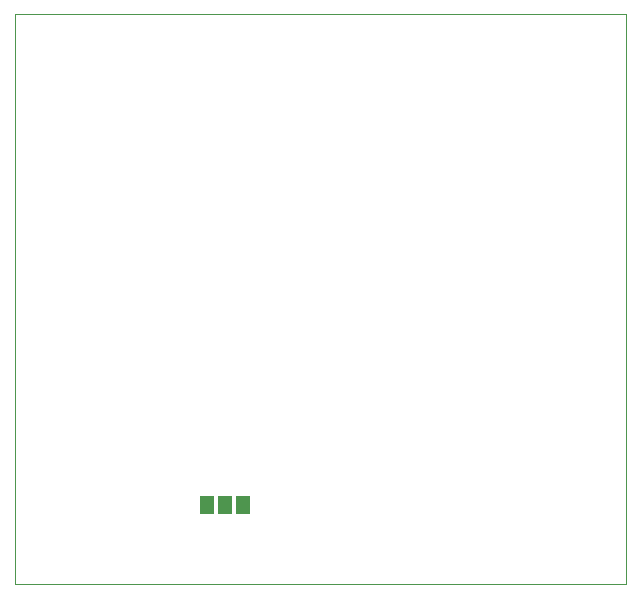
<source format=gbp>
G75*
%MOIN*%
%OFA0B0*%
%FSLAX24Y24*%
%IPPOS*%
%LPD*%
%AMOC8*
5,1,8,0,0,1.08239X$1,22.5*
%
%ADD10C,0.0000*%
%ADD11R,0.0460X0.0630*%
D10*
X000180Y000180D02*
X000180Y019176D01*
X020550Y019176D01*
X020550Y000180D01*
X000180Y000180D01*
D11*
X006580Y002805D03*
X007180Y002805D03*
X007780Y002805D03*
M02*

</source>
